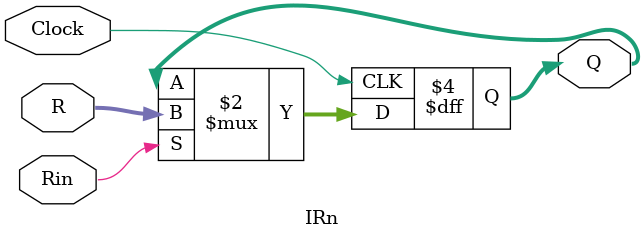
<source format=v>
module IRn(R, Rin, Clock, Q);
	parameter n = 10;
	input [n-1:0] R;	
	input Rin, Clock;
	output [n-1:0] Q;
	reg [n-1:0] Q;
	
	always @(posedge Clock)
		if (Rin)
			Q <= R;
endmodule
</source>
